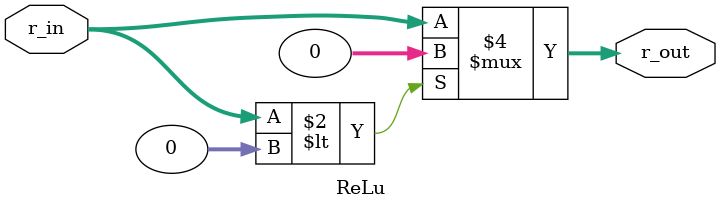
<source format=v>
module ReLu(r_in,r_out);
// port
input  wire signed [31:0] r_in;
output reg [31:0] r_out;

// Combinational Logic
always @(*) begin
    if(r_in<0) r_out <= 0;
    else r_out <= r_in;
end
endmodule
</source>
